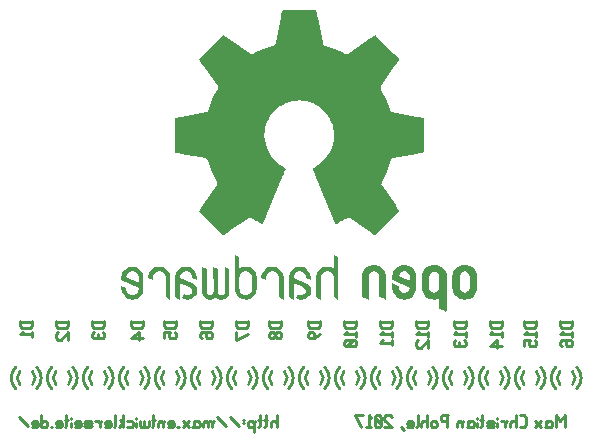
<source format=gbo>
G04 start of page 9 for group -4078 idx -4078 *
G04 Title: binwatch-mini, bottomsilk *
G04 Creator: pcb 4.0.0 *
G04 CreationDate: Mon Apr 24 05:10:58 2017 UTC *
G04 For: max *
G04 Format: Gerber/RS-274X *
G04 PCB-Dimensions (mm): 50.00 50.00 *
G04 PCB-Coordinate-Origin: lower left *
%MOMM*%
%FSLAX43Y43*%
%LNGBO*%
%ADD54C,0.254*%
%ADD53C,0.002*%
G54D53*G36*
X25204Y19546D02*X25389Y19529D01*
X25556Y19479D01*
X25707Y19396D01*
X25842Y19278D01*
X26066Y18954D01*
X26141Y18614D01*
Y18394D01*
X25743Y18568D01*
Y18603D01*
X25732Y18715D01*
X25702Y18817D01*
X25654Y18909D01*
X25586Y18991D01*
X25502Y19058D01*
X25412Y19106D01*
X25315Y19133D01*
X25214Y19142D01*
X25100Y19132D01*
X24997Y19104D01*
X24905Y19055D01*
X24822Y18985D01*
X24754Y18900D01*
X24704Y18806D01*
X24675Y18701D01*
X24665Y18588D01*
X25675Y18169D01*
X25883Y18056D01*
X26032Y17909D01*
X26121Y17729D01*
X26150Y17514D01*
Y17494D01*
X26103Y17252D01*
X25957Y17038D01*
X25646Y16831D01*
X25292Y16760D01*
X25068Y16788D01*
X24864Y16865D01*
X25015Y17238D01*
X25144Y17182D01*
X25292Y17163D01*
X25414Y17174D01*
X25519Y17205D01*
X25606Y17256D01*
X25675Y17326D01*
X25722Y17411D01*
X25737Y17494D01*
X25721Y17592D01*
X25673Y17679D01*
X25593Y17757D01*
X25481Y17823D01*
X24665Y18158D01*
Y16760D01*
X24267Y16938D01*
Y18614D01*
X24334Y18972D01*
X24538Y19273D01*
X24842Y19478D01*
X25204Y19546D01*
G37*
G36*
X31507Y19708D02*X31574Y19703D01*
X31907Y19612D01*
X32192Y19409D01*
X32395Y19125D01*
X32485Y18792D01*
X32491Y18693D01*
Y16719D01*
X32375Y16766D01*
X31977Y16944D01*
X31930Y16965D01*
Y18693D01*
X31920Y18781D01*
X31877Y18900D01*
X31795Y19007D01*
X31722Y19067D01*
X31643Y19109D01*
X31558Y19134D01*
X31464Y19142D01*
X31375Y19134D01*
X31293Y19109D01*
X31217Y19066D01*
X31145Y19007D01*
X31088Y18939D01*
X31048Y18863D01*
X31024Y18778D01*
X31015Y18682D01*
Y16719D01*
X30899Y16766D01*
X30501Y16944D01*
X30454Y16965D01*
Y18693D01*
X30472Y18894D01*
X30527Y19082D01*
X30619Y19254D01*
X30748Y19409D01*
X30904Y19538D01*
X31078Y19632D01*
X31267Y19689D01*
X31470Y19708D01*
X31507D01*
G37*
G36*
X34129D02*Y19703D01*
X34150D01*
X34480Y19612D01*
X34762Y19409D01*
X34892Y19254D01*
X34988Y19082D01*
X35046Y18894D01*
X35066Y18693D01*
Y18568D01*
X34501D01*
Y18693D01*
X34490Y18781D01*
X34450Y18903D01*
X34370Y19011D01*
X34300Y19070D01*
X34225Y19111D01*
X34146Y19134D01*
X34060Y19142D01*
X33961Y19134D01*
X33872Y19109D01*
X33793Y19066D01*
X33721Y19007D01*
X33640Y18893D01*
X33600Y18760D01*
X34501Y18362D01*
Y18572D01*
X35066D01*
Y17776D01*
X35047Y17574D01*
X34988Y17387D01*
X34892Y17215D01*
X34762Y17060D01*
X34606Y16930D01*
X34434Y16836D01*
X34247Y16780D01*
X34045Y16760D01*
X33844Y16779D01*
X33660Y16835D01*
X33492Y16926D01*
X33344Y17054D01*
X33106Y17403D01*
X33024Y17776D01*
Y18122D01*
X33134Y18070D01*
X33533Y17892D01*
X33585Y17870D01*
Y17788D01*
X33595Y17691D01*
X33621Y17604D01*
X33663Y17526D01*
X33721Y17456D01*
X33829Y17374D01*
X33946Y17331D01*
X34030Y17326D01*
X34129Y17334D01*
X34218Y17360D01*
X34298Y17402D01*
X34370Y17462D01*
X34459Y17594D01*
X34496Y17750D01*
X33071Y18384D01*
X33024Y18405D01*
Y18693D01*
X33044Y18900D01*
X33102Y19089D01*
X33197Y19259D01*
X33329Y19409D01*
X33490Y19538D01*
X33663Y19632D01*
X33849Y19689D01*
X34045Y19708D01*
X34129D01*
G37*
G36*
X36615D02*X36817Y19689D01*
X37005Y19632D01*
X37177Y19538D01*
X37333Y19409D01*
X37464Y19254D01*
X37559Y19082D01*
X37617Y18894D01*
X37636Y18693D01*
Y18341D01*
X37014D01*
Y18699D01*
X36978Y18867D01*
X36877Y19011D01*
X36750Y19106D01*
X36606Y19142D01*
X36595D01*
X36507Y19129D01*
X36428Y19102D01*
X36356Y19062D01*
X36291Y19007D01*
X36234Y18939D01*
X36194Y18863D01*
X36170Y18778D01*
X36160Y18682D01*
Y17788D01*
X36170Y17691D01*
X36194Y17604D01*
X36234Y17526D01*
X36291Y17456D01*
X36425Y17363D01*
X36574Y17326D01*
X36580D01*
X36733Y17366D01*
X36872Y17462D01*
X36935Y17532D01*
X36979Y17608D01*
X37005Y17693D01*
X37014Y17788D01*
Y18346D01*
X37636D01*
Y15751D01*
X37573Y15771D01*
Y15745D01*
X37459Y15797D01*
X37060Y15970D01*
X37014Y15992D01*
Y16850D01*
X36822Y16785D01*
X36615Y16760D01*
X36548D01*
X36347Y16780D01*
X36160Y16837D01*
X35990Y16930D01*
X35835Y17060D01*
X35706Y17215D01*
X35613Y17387D01*
X35557Y17574D01*
X35538Y17776D01*
Y18693D01*
X35557Y18894D01*
X35613Y19082D01*
X35706Y19254D01*
X35835Y19409D01*
X35990Y19538D01*
X36160Y19632D01*
X36347Y19689D01*
X36548Y19708D01*
X36615D01*
G37*
G36*
X15571Y19546D02*X15757Y19529D01*
X15927Y19479D01*
X16080Y19396D01*
X16215Y19278D01*
X16437Y18954D01*
X16508Y18614D01*
Y18394D01*
X16110Y18568D01*
Y18603D01*
X16099Y18715D01*
X16069Y18817D01*
X16021Y18909D01*
X15953Y18991D01*
X15871Y19058D01*
X15783Y19106D01*
X15688Y19133D01*
X15586Y19142D01*
X15472Y19132D01*
X15368Y19104D01*
X15274Y19055D01*
X15189Y18985D01*
X15122Y18900D01*
X15074Y18806D01*
X15047Y18701D01*
X15038Y18588D01*
X16048Y18169D01*
X16255Y18056D01*
X16403Y17909D01*
X16490Y17729D01*
X16519Y17514D01*
Y17494D01*
X16473Y17252D01*
X16330Y17038D01*
X16019Y16831D01*
X15665Y16760D01*
X15440Y16788D01*
X15236Y16865D01*
X15388Y17238D01*
X15518Y17182D01*
X15665Y17163D01*
X15788Y17174D01*
X15892Y17205D01*
X15979Y17256D01*
X16048Y17326D01*
X16095Y17411D01*
X16110Y17494D01*
X16094Y17592D01*
X16046Y17679D01*
X15966Y17757D01*
X15854Y17823D01*
X15038Y18158D01*
Y16760D01*
X14640Y16938D01*
Y18614D01*
X14707Y18972D01*
X14911Y19273D01*
X15213Y19478D01*
X15571Y19546D01*
G37*
G36*
X18842D02*X19241Y19374D01*
Y17442D01*
X19191Y17175D01*
X19047Y16955D01*
X18832Y16809D01*
X18561Y16760D01*
X18302Y16809D01*
X18083Y16955D01*
X17872Y16809D01*
X17608Y16760D01*
X17347Y16810D01*
X17126Y16959D01*
X16977Y17178D01*
X16927Y17436D01*
Y19546D01*
X17326Y19374D01*
X17329Y17451D01*
X17348Y17335D01*
X17408Y17238D01*
X17500Y17174D01*
X17608Y17154D01*
X17714Y17174D01*
X17806Y17238D01*
X17869Y17335D01*
X17890Y17451D01*
X17885Y19546D01*
X18283Y19374D01*
X18289Y17451D01*
Y17447D01*
X18307Y17335D01*
X18368Y17238D01*
X18457Y17174D01*
X18566Y17154D01*
X18673Y17174D01*
X18764Y17238D01*
X18824Y17335D01*
X18842Y17451D01*
Y19546D01*
G37*
G36*
X22884D02*X23243Y19478D01*
X23545Y19273D01*
X23752Y18972D01*
X23822Y18614D01*
Y16760D01*
X23423Y16938D01*
Y18614D01*
X23413Y18720D01*
X23383Y18818D01*
X23332Y18909D01*
X23262Y18991D01*
X23179Y19058D01*
X23088Y19106D01*
X22988Y19133D01*
X22879Y19142D01*
X22775Y19133D01*
X22677Y19106D01*
X22586Y19058D01*
X22503Y18991D01*
X22435Y18909D01*
X22387Y18817D01*
X22357Y18715D01*
X22346Y18603D01*
Y18426D01*
X21947Y18603D01*
Y18614D01*
X22015Y18967D01*
X22220Y19273D01*
X22362Y19393D01*
X22520Y19478D01*
X22695Y19529D01*
X22884Y19546D01*
G37*
G36*
X13299D02*X13658Y19478D01*
X13959Y19273D01*
X14166Y18972D01*
X14236Y18614D01*
Y16760D01*
X13839Y16938D01*
Y18614D01*
X13829Y18720D01*
X13798Y18818D01*
X13747Y18908D01*
X13676Y18991D01*
X13593Y19058D01*
X13502Y19106D01*
X13403Y19133D01*
X13295Y19142D01*
X13190Y19133D01*
X13092Y19106D01*
X13001Y19058D01*
X12917Y18991D01*
X12849Y18909D01*
X12799Y18817D01*
X12768Y18715D01*
X12755Y18603D01*
Y18426D01*
X12358Y18603D01*
Y18614D01*
X12427Y18967D01*
X12635Y19273D01*
X12777Y19393D01*
X12935Y19478D01*
X13110Y19529D01*
X13299Y19546D01*
G37*
G36*
X11022D02*X11381Y19478D01*
X11682Y19273D01*
X11889Y18972D01*
X11960Y18614D01*
Y18472D01*
X11561D01*
Y18614D01*
X11551Y18720D01*
X11522Y18818D01*
X11473Y18908D01*
X11404Y18991D01*
X11322Y19058D01*
X11234Y19106D01*
X11139Y19133D01*
X11037Y19142D01*
X10924Y19133D01*
X10819Y19106D01*
X10725Y19058D01*
X10641Y18991D01*
X10529Y18832D01*
X10484Y18641D01*
X11561Y18158D01*
Y18477D01*
X11960D01*
Y17698D01*
X11942Y17511D01*
X11889Y17339D01*
X11803Y17182D01*
X11682Y17038D01*
X11538Y16918D01*
X11381Y16831D01*
X11209Y16778D01*
X11022Y16760D01*
X10836Y16778D01*
X10666Y16830D01*
X10514Y16916D01*
X10379Y17034D01*
X10157Y17358D01*
X10085Y17698D01*
Y17913D01*
X10484Y17739D01*
Y17703D01*
X10495Y17593D01*
X10524Y17492D01*
X10573Y17401D01*
X10641Y17320D01*
X10723Y17252D01*
X10811Y17203D01*
X10905Y17173D01*
X11007Y17163D01*
X11122Y17174D01*
X11227Y17205D01*
X11321Y17256D01*
X11404Y17326D01*
X11473Y17411D01*
X11522Y17506D01*
X11551Y17611D01*
X11561Y17724D01*
X10085Y18378D01*
Y18614D01*
X10102Y18806D01*
X10152Y18980D01*
X10237Y19135D01*
X10357Y19273D01*
X10669Y19478D01*
X11022Y19546D01*
G37*
G36*
X39191Y19708D02*X39393Y19689D01*
X39581Y19632D01*
X39753Y19538D01*
X39909Y19409D01*
X40038Y19254D01*
X40133Y19082D01*
X40192Y18894D01*
X40212Y18693D01*
Y18341D01*
X39589D01*
Y18699D01*
X39580Y18786D01*
X39554Y18867D01*
X39512Y18942D01*
X39453Y19011D01*
X39325Y19106D01*
X39181Y19142D01*
X39170D01*
X39003Y19102D01*
X38867Y19007D01*
X38810Y18939D01*
X38770Y18863D01*
X38745Y18778D01*
X38736Y18682D01*
Y17788D01*
X38745Y17691D01*
X38770Y17604D01*
X38810Y17526D01*
X38867Y17456D01*
X39000Y17362D01*
X39150Y17326D01*
X39306Y17366D01*
X39447Y17462D01*
X39510Y17532D01*
X39554Y17608D01*
X39581Y17693D01*
X39589Y17788D01*
Y18346D01*
X40212D01*
Y17776D01*
X40192Y17574D01*
X40134Y17387D01*
X40039Y17215D01*
X39909Y17060D01*
X39753Y16930D01*
X39581Y16837D01*
X39393Y16780D01*
X39191Y16760D01*
X39129D01*
X38928Y16780D01*
X38740Y16837D01*
X38567Y16931D01*
X38411Y17060D01*
X38282Y17215D01*
X38189Y17387D01*
X38132Y17575D01*
X38113Y17776D01*
Y18693D01*
X38132Y18894D01*
X38188Y19082D01*
X38281Y19254D01*
X38411Y19409D01*
X38567Y19538D01*
X38740Y19632D01*
X38927Y19689D01*
X39129Y19708D01*
X39191D01*
G37*
G36*
X19686Y20520D02*X20085Y20346D01*
Y19378D01*
X20339Y19504D01*
X20629Y19546D01*
X20986Y19478D01*
X21287Y19273D01*
X21493Y18972D01*
X21560Y18614D01*
Y17975D01*
X21162D01*
Y18620D01*
X21152Y18723D01*
X21122Y18820D01*
X21073Y18910D01*
X21005Y18991D01*
X20923Y19058D01*
X20835Y19106D01*
X20740Y19133D01*
X20638Y19142D01*
X20524Y19133D01*
X20420Y19106D01*
X20326Y19058D01*
X20242Y18991D01*
X20174Y18909D01*
X20125Y18817D01*
X20096Y18715D01*
X20085Y18603D01*
Y17703D01*
X20096Y17593D01*
X20125Y17492D01*
X20174Y17401D01*
X20242Y17320D01*
X20325Y17252D01*
X20414Y17203D01*
X20510Y17173D01*
X20612Y17163D01*
X20717Y17173D01*
X20816Y17203D01*
X20908Y17252D01*
X20995Y17320D01*
X21068Y17402D01*
X21120Y17493D01*
X21152Y17593D01*
X21162Y17703D01*
Y17979D01*
X21560D01*
Y17698D01*
X21493Y17339D01*
X21287Y17038D01*
X20986Y16831D01*
X20629Y16760D01*
X20441Y16778D01*
X20265Y16831D01*
X20104Y16918D01*
X19958Y17038D01*
X19838Y17182D01*
X19753Y17339D01*
X19703Y17511D01*
X19686Y17698D01*
Y20520D01*
G37*
G36*
X28067D02*X28466Y20346D01*
Y16760D01*
X28067Y16938D01*
Y18620D01*
X28057Y18723D01*
X28027Y18820D01*
X27978Y18910D01*
X27910Y18991D01*
X27826Y19058D01*
X27732Y19106D01*
X27629Y19133D01*
X27517Y19142D01*
X27413Y19133D01*
X27317Y19106D01*
X27228Y19058D01*
X27146Y18991D01*
X27078Y18909D01*
X27030Y18817D01*
X27000Y18715D01*
X26988Y18603D01*
Y16760D01*
X26592Y16938D01*
Y18614D01*
X26659Y18972D01*
X26863Y19273D01*
X27168Y19478D01*
X27529Y19546D01*
X27815Y19504D01*
X28067Y19378D01*
Y20520D01*
G37*
G36*
X26481Y41239D02*X26528Y41230D01*
X26568Y41205D01*
X26600Y41169D01*
X26617Y41124D01*
X26664Y40878D01*
X26688Y40763D01*
X26711Y40647D01*
X27119Y38444D01*
X27136Y38397D01*
X27167Y38352D01*
X27206Y38315D01*
X27250Y38291D01*
X27360Y38244D01*
X28178Y37962D01*
X28952Y37595D01*
X28958Y37590D01*
X29051Y37554D01*
X29100Y37539D01*
X29153Y37537D01*
X29205Y37548D01*
X29250Y37569D01*
X31092Y38831D01*
X31190Y38899D01*
X31286Y38966D01*
X31496Y39108D01*
X31539Y39128D01*
X31585Y39131D01*
X31630Y39120D01*
X31668Y39093D01*
X32014Y38748D01*
X32532Y38235D01*
X32700Y38067D01*
X33213Y37548D01*
X33559Y37203D01*
X33586Y37163D01*
X33600Y37117D01*
X33598Y37069D01*
X33580Y37025D01*
X33434Y36821D01*
X33365Y36721D01*
X33297Y36622D01*
X32066Y34821D01*
X32045Y34775D01*
X32034Y34723D01*
X32036Y34670D01*
X32051Y34621D01*
X32093Y34522D01*
X32495Y33715D01*
X32805Y32858D01*
X32846Y32769D01*
X32871Y32724D01*
X32909Y32683D01*
X32955Y32651D01*
X33004Y32633D01*
X35114Y32246D01*
X35228Y32222D01*
X35344Y32199D01*
X35594Y32150D01*
X35638Y32134D01*
X35673Y32103D01*
X35696Y32062D01*
X35704Y32016D01*
Y29345D01*
X35696Y29298D01*
X35673Y29255D01*
X35638Y29222D01*
X35594Y29205D01*
X35344Y29162D01*
X35228Y29142D01*
X35114Y29120D01*
X33061Y28733D01*
X33014Y28716D01*
X32971Y28686D01*
X32936Y28647D01*
X32914Y28602D01*
X32889Y28533D01*
X32575Y27587D01*
X32150Y26697D01*
X32124Y26629D01*
X32110Y26581D01*
X32108Y26528D01*
X32118Y26475D01*
X32139Y26429D01*
X33303Y24734D01*
X33368Y24639D01*
X33434Y24545D01*
X33580Y24336D01*
X33598Y24292D01*
X33600Y24244D01*
X33586Y24197D01*
X33559Y24158D01*
X33381Y23975D01*
X32700Y23294D01*
X32532Y23131D01*
X32014Y22613D01*
X31847Y22445D01*
X31668Y22268D01*
X31630Y22241D01*
X31585Y22229D01*
X31539Y22233D01*
X31496Y22252D01*
X31286Y22393D01*
X31190Y22459D01*
X31094Y22524D01*
X29439Y23660D01*
X29393Y23682D01*
X29340Y23691D01*
X29287Y23688D01*
X29240Y23670D01*
X28894Y23478D01*
X28792Y23422D01*
X28690Y23367D01*
X28329Y23184D01*
X28285Y23171D01*
X28243Y23177D01*
X28207Y23199D01*
X28182Y23236D01*
X28030Y23608D01*
X27986Y23715D01*
X27942Y23823D01*
X26502Y27299D01*
X26457Y27406D01*
X26412Y27514D01*
X26313Y27759D01*
X26303Y27805D01*
X26310Y27852D01*
X26331Y27895D01*
X26366Y27927D01*
X26596Y28067D01*
X26666Y28117D01*
X26738Y28178D01*
X27031Y28393D01*
X27296Y28641D01*
X27528Y28920D01*
X27725Y29226D01*
X27884Y29557D01*
X28002Y29909D01*
X28074Y30280D01*
X28099Y30665D01*
X28084Y30967D01*
X28039Y31260D01*
X27966Y31543D01*
X27867Y31814D01*
X27743Y32072D01*
X27595Y32316D01*
X27425Y32543D01*
X27234Y32753D01*
X27024Y32943D01*
X26797Y33113D01*
X26553Y33261D01*
X26295Y33385D01*
X26024Y33484D01*
X25741Y33557D01*
X25448Y33602D01*
X25146Y33617D01*
X24844Y33602D01*
X24551Y33557D01*
X24268Y33484D01*
X23997Y33385D01*
X23739Y33261D01*
X23496Y33113D01*
X23268Y32943D01*
X23059Y32753D01*
X22868Y32543D01*
X22698Y32316D01*
X22550Y32072D01*
X22426Y31814D01*
X22327Y31543D01*
X22254Y31260D01*
X22209Y30967D01*
X22194Y30665D01*
X22219Y30280D01*
X22292Y29909D01*
X22409Y29557D01*
X22567Y29226D01*
X22764Y28920D01*
X22996Y28641D01*
X23261Y28393D01*
X23554Y28178D01*
X23629Y28117D01*
X23702Y28067D01*
X23927Y27927D01*
X23962Y27895D01*
X23985Y27852D01*
X23993Y27805D01*
X23984Y27759D01*
X23880Y27514D01*
X23835Y27406D01*
X23790Y27299D01*
X22355Y23823D01*
X22311Y23715D01*
X22267Y23608D01*
X22116Y23236D01*
X22089Y23199D01*
X22052Y23177D01*
X22007Y23171D01*
X21963Y23184D01*
X21607Y23367D01*
X21502Y23422D01*
X21398Y23478D01*
X21057Y23670D01*
X21011Y23688D01*
X20957Y23691D01*
X20904Y23682D01*
X20859Y23660D01*
X19200Y22524D01*
X19105Y22459D01*
X19011Y22393D01*
X18801Y22252D01*
X18757Y22233D01*
X18709Y22229D01*
X18663Y22241D01*
X18624Y22268D01*
X17597Y23294D01*
X17079Y23806D01*
X16912Y23975D01*
X16733Y24158D01*
X16706Y24197D01*
X16695Y24244D01*
X16699Y24292D01*
X16718Y24336D01*
X16860Y24545D01*
X16925Y24639D01*
X16991Y24734D01*
X18158Y26429D01*
X18179Y26475D01*
X18187Y26528D01*
X18183Y26581D01*
X18167Y26629D01*
X18152Y26676D01*
X18147Y26687D01*
X17722Y27577D01*
X17408Y28524D01*
X17404Y28533D01*
X17378Y28602D01*
X17356Y28647D01*
X17321Y28686D01*
X17278Y28716D01*
X17230Y28733D01*
X15179Y29120D01*
X15063Y29142D01*
X14948Y29162D01*
X14698Y29205D01*
X14654Y29222D01*
X14619Y29255D01*
X14596Y29298D01*
X14587Y29345D01*
Y32016D01*
X14596Y32062D01*
X14619Y32103D01*
X14654Y32134D01*
X14698Y32150D01*
X14948Y32199D01*
X15063Y32222D01*
X15179Y32246D01*
X17294Y32633D01*
X17341Y32651D01*
X17386Y32683D01*
X17422Y32724D01*
X17445Y32769D01*
X17487Y32858D01*
X17798Y33715D01*
X18199Y34522D01*
X18241Y34621D01*
X18257Y34670D01*
X18261Y34723D01*
X18252Y34775D01*
X18231Y34821D01*
X16995Y36622D01*
X16927Y36721D01*
X16860Y36821D01*
X16718Y37025D01*
X16699Y37069D01*
X16695Y37117D01*
X16706Y37163D01*
X16733Y37203D01*
X16912Y37381D01*
X17079Y37548D01*
X17597Y38067D01*
X17759Y38235D01*
X18278Y38748D01*
X18446Y38914D01*
X18624Y39093D01*
X18663Y39120D01*
X18709Y39131D01*
X18757Y39128D01*
X18801Y39108D01*
X19011Y38966D01*
X19105Y38899D01*
X19200Y38831D01*
X21042Y37569D01*
X21088Y37548D01*
X21142Y37537D01*
X21197Y37539D01*
X21246Y37554D01*
X21336Y37590D01*
X21340Y37595D01*
X22114Y37962D01*
X22931Y38244D01*
X23042Y38291D01*
X23087Y38315D01*
X23128Y38352D01*
X23160Y38397D01*
X23178Y38444D01*
X23586Y40647D01*
X23607Y40763D01*
X23627Y40878D01*
X23676Y41124D01*
X23693Y41169D01*
X23723Y41205D01*
X23764Y41230D01*
X23810Y41239D01*
X26481D01*
G37*
G54D54*X47625Y5931D02*Y6947D01*
X47244Y6439D01*
X46863Y6947D01*
Y5931D02*Y6947D01*
X46177Y6439D02*X46050Y6312D01*
X46177Y6439D02*X46431D01*
X46558Y6312D02*X46431Y6439D01*
X46558Y6058D02*Y6312D01*
Y6058D02*X46431Y5931D01*
X46050Y6058D02*Y6439D01*
Y6058D02*X45923Y5931D01*
X46177D02*X46431D01*
X46177D02*X46050Y6058D01*
X45618Y6439D02*X45110Y5931D01*
X45618D02*X45110Y6439D01*
X43840Y5931D02*X44171D01*
X44348Y6109D02*X44171Y5931D01*
X44348Y6109D02*Y6769D01*
X44171Y6947D01*
X43840D02*X44171D01*
X43536Y5931D02*Y6947D01*
Y6312D02*X43409Y6439D01*
X43155D02*X43409D01*
X43155D02*X43028Y6312D01*
Y5931D02*Y6312D01*
X42596Y5931D02*Y6312D01*
X42469Y6439D01*
X42215D02*X42469D01*
X42723D02*X42596Y6312D01*
X41910Y6668D02*Y6693D01*
Y5931D02*Y6312D01*
X41148Y5931D02*X41529D01*
X41148D02*X41021Y6058D01*
X41148Y6185D02*X41021Y6058D01*
X41148Y6185D02*X41529D01*
X41656Y6312D02*X41529Y6185D01*
X41656Y6312D02*X41529Y6439D01*
X41148D02*X41529D01*
X41148D02*X41021Y6312D01*
X41656Y6058D02*X41529Y5931D01*
X40589Y6058D02*Y6947D01*
Y6058D02*X40462Y5931D01*
Y6566D02*X40716D01*
X40208Y6668D02*Y6693D01*
Y5931D02*Y6312D01*
X39573Y6439D02*X39446Y6312D01*
X39573Y6439D02*X39827D01*
X39954Y6312D02*X39827Y6439D01*
X39954Y6058D02*Y6312D01*
Y6058D02*X39827Y5931D01*
X39446Y6058D02*Y6439D01*
Y6058D02*X39319Y5931D01*
X39573D02*X39827D01*
X39573D02*X39446Y6058D01*
X38887Y5931D02*Y6312D01*
X38760Y6439D01*
X38633D02*X38760D01*
X38633D02*X38506Y6312D01*
Y5931D02*Y6312D01*
X39014Y6439D02*X38887Y6312D01*
X37617Y5931D02*Y6947D01*
X37236D02*X37744D01*
X37236D02*X37109Y6820D01*
Y6566D02*Y6820D01*
X37236Y6439D02*X37109Y6566D01*
X37236Y6439D02*X37617D01*
X36805Y6058D02*Y6312D01*
X36678Y6439D01*
X36424D02*X36678D01*
X36424D02*X36297Y6312D01*
Y6058D02*Y6312D01*
X36424Y5931D02*X36297Y6058D01*
X36424Y5931D02*X36678D01*
X36805Y6058D02*X36678Y5931D01*
X35992D02*Y6947D01*
Y6312D02*X35865Y6439D01*
X35611D02*X35865D01*
X35611D02*X35484Y6312D01*
Y5931D02*Y6312D01*
X35179Y6058D02*Y6947D01*
Y6058D02*X35052Y5931D01*
X34290D02*X34671D01*
X34798Y6058D02*X34671Y5931D01*
X34798Y6058D02*Y6312D01*
X34671Y6439D01*
X34417D02*X34671D01*
X34417D02*X34290Y6312D01*
Y6185D02*X34798D01*
X34290D02*Y6312D01*
X33985Y5677D02*X33731Y5931D01*
X32969Y6820D02*X32842Y6947D01*
X32461D02*X32842D01*
X32461D02*X32334Y6820D01*
Y6566D02*Y6820D01*
X32969Y5931D02*X32334Y6566D01*
Y5931D02*X32969D01*
X32029Y6058D02*X31902Y5931D01*
X32029Y6058D02*Y6820D01*
X31902Y6947D01*
X31648D02*X31902D01*
X31648D02*X31521Y6820D01*
Y6058D02*Y6820D01*
X31648Y5931D02*X31521Y6058D01*
X31648Y5931D02*X31902D01*
X32029Y6185D02*X31521Y6693D01*
X31217Y6744D02*X31013Y6947D01*
Y5931D02*Y6947D01*
X30836Y5931D02*X31217D01*
X30404D02*X29896Y6947D01*
X30531D01*
X23241Y5931D02*Y6947D01*
Y6312D02*X23114Y6439D01*
X22860D02*X23114D01*
X22860D02*X22733Y6312D01*
Y5931D02*Y6312D01*
X22301Y6058D02*Y6947D01*
Y6058D02*X22174Y5931D01*
Y6566D02*X22428D01*
X21793Y6058D02*Y6947D01*
Y6058D02*X21666Y5931D01*
Y6566D02*X21920D01*
X21285Y5550D02*Y6312D01*
X21412Y6439D02*X21285Y6312D01*
X21158Y6439D01*
X20904D02*X21158D01*
X20904D02*X20777Y6312D01*
Y6058D02*Y6312D01*
X20904Y5931D02*X20777Y6058D01*
X20904Y5931D02*X21158D01*
X21285Y6058D02*X21158Y5931D01*
X20345Y6566D02*X20472D01*
X20345Y6312D02*X20472D01*
X20041Y6058D02*X19279Y6820D01*
X18974Y6058D02*X18212Y6820D01*
X17780Y5931D02*Y6312D01*
X17653Y6439D01*
X17526D02*X17653D01*
X17526D02*X17399Y6312D01*
Y5931D02*Y6312D01*
X17272Y6439D01*
X17145D02*X17272D01*
X17145D02*X17018Y6312D01*
Y5931D02*Y6312D01*
X17907Y6439D02*X17780Y6312D01*
X16332Y6439D02*X16205Y6312D01*
X16332Y6439D02*X16586D01*
X16713Y6312D02*X16586Y6439D01*
X16713Y6058D02*Y6312D01*
Y6058D02*X16586Y5931D01*
X16205Y6058D02*Y6439D01*
Y6058D02*X16078Y5931D01*
X16332D02*X16586D01*
X16332D02*X16205Y6058D01*
X15773Y6439D02*X15265Y5931D01*
X15773D02*X15265Y6439D01*
X14834Y5931D02*X14961D01*
X14021D02*X14402D01*
X14529Y6058D02*X14402Y5931D01*
X14529Y6058D02*Y6312D01*
X14402Y6439D01*
X14148D02*X14402D01*
X14148D02*X14021Y6312D01*
Y6185D02*X14529D01*
X14021D02*Y6312D01*
X13589Y5931D02*Y6312D01*
X13462Y6439D01*
X13335D02*X13462D01*
X13335D02*X13208Y6312D01*
Y5931D02*Y6312D01*
X13716Y6439D02*X13589Y6312D01*
X12776Y6058D02*Y6947D01*
Y6058D02*X12649Y5931D01*
Y6566D02*X12903D01*
X12395Y6058D02*Y6439D01*
Y6058D02*X12268Y5931D01*
X12141D02*X12268D01*
X12141D02*X12014Y6058D01*
Y6439D01*
Y6058D02*X11887Y5931D01*
X11760D02*X11887D01*
X11760D02*X11633Y6058D01*
Y6439D01*
X11328Y6668D02*Y6693D01*
Y5931D02*Y6312D01*
X10566Y6439D02*X10947D01*
X11074Y6312D02*X10947Y6439D01*
X11074Y6058D02*Y6312D01*
Y6058D02*X10947Y5931D01*
X10566D02*X10947D01*
X10262D02*Y6947D01*
Y6312D02*X9881Y5931D01*
X10262Y6312D02*X10008Y6566D01*
X9576Y6058D02*Y6947D01*
Y6058D02*X9449Y5931D01*
X8687D02*X9068D01*
X9195Y6058D02*X9068Y5931D01*
X9195Y6058D02*Y6312D01*
X9068Y6439D01*
X8814D02*X9068D01*
X8814D02*X8687Y6312D01*
Y6185D02*X9195D01*
X8687D02*Y6312D01*
X8255Y5931D02*Y6312D01*
X8128Y6439D01*
X7874D02*X8128D01*
X8382D02*X8255Y6312D01*
X7061Y5931D02*X7442D01*
X7061D02*X6934Y6058D01*
X7061Y6185D02*X6934Y6058D01*
X7061Y6185D02*X7442D01*
X7569Y6312D02*X7442Y6185D01*
X7569Y6312D02*X7442Y6439D01*
X7061D02*X7442D01*
X7061D02*X6934Y6312D01*
X7569Y6058D02*X7442Y5931D01*
X6121D02*X6502D01*
X6629Y6058D02*X6502Y5931D01*
X6629Y6058D02*Y6312D01*
X6502Y6439D01*
X6248D02*X6502D01*
X6248D02*X6121Y6312D01*
Y6185D02*X6629D01*
X6121D02*Y6312D01*
X5817Y6668D02*Y6693D01*
Y5931D02*Y6312D01*
X5436Y6058D02*Y6947D01*
Y6058D02*X5309Y5931D01*
Y6566D02*X5563D01*
X4547Y5931D02*X4928D01*
X5055Y6058D02*X4928Y5931D01*
X5055Y6058D02*Y6312D01*
X4928Y6439D01*
X4674D02*X4928D01*
X4674D02*X4547Y6312D01*
Y6185D02*X5055D01*
X4547D02*Y6312D01*
X4115Y5931D02*X4242D01*
X3302D02*Y6947D01*
X3429Y5931D02*X3302Y6058D01*
X3429Y5931D02*X3683D01*
X3810Y6058D02*X3683Y5931D01*
X3810Y6058D02*Y6312D01*
X3683Y6439D01*
X3429D02*X3683D01*
X3429D02*X3302Y6312D01*
X2489Y5931D02*X2870D01*
X2997Y6058D02*X2870Y5931D01*
X2997Y6058D02*Y6312D01*
X2870Y6439D01*
X2616D02*X2870D01*
X2616D02*X2489Y6312D01*
Y6185D02*X2997D01*
X2489D02*Y6312D01*
X2184Y6058D02*X1422Y6820D01*
X23907Y9583D02*G75*G03X23907Y10661I-539J539D01*G01*
X22829Y10661D02*G75*G03X22829Y9583I539J-539D01*G01*
X24266Y9224D02*G75*G03X24266Y11020I-898J898D01*G01*
X22470Y11020D02*G75*G03X22470Y9224I898J-898D01*G01*
X26955Y9583D02*G75*G03X26955Y10661I-539J539D01*G01*
X25877Y10661D02*G75*G03X25877Y9583I539J-539D01*G01*
X27314Y9224D02*G75*G03X27314Y11020I-898J898D01*G01*
X25518Y11020D02*G75*G03X25518Y9224I898J-898D01*G01*
X30003Y9583D02*G75*G03X30003Y10661I-539J539D01*G01*
X28925Y10661D02*G75*G03X28925Y9583I539J-539D01*G01*
X30362Y9224D02*G75*G03X30362Y11020I-898J898D01*G01*
X28566Y11020D02*G75*G03X28566Y9224I898J-898D01*G01*
X33051Y9583D02*G75*G03X33051Y10661I-539J539D01*G01*
X31973Y10661D02*G75*G03X31973Y9583I539J-539D01*G01*
X33410Y9224D02*G75*G03X33410Y11020I-898J898D01*G01*
X31614Y11020D02*G75*G03X31614Y9224I898J-898D01*G01*
X36099Y9583D02*G75*G03X36099Y10661I-539J539D01*G01*
X35021Y10661D02*G75*G03X35021Y9583I539J-539D01*G01*
X36458Y9224D02*G75*G03X36458Y11020I-898J898D01*G01*
X34662Y11020D02*G75*G03X34662Y9224I898J-898D01*G01*
X39147Y9583D02*G75*G03X39147Y10661I-539J539D01*G01*
X38069Y10661D02*G75*G03X38069Y9583I539J-539D01*G01*
X39506Y9224D02*G75*G03X39506Y11020I-898J898D01*G01*
X37710Y11020D02*G75*G03X37710Y9224I898J-898D01*G01*
X42195Y9583D02*G75*G03X42195Y10661I-539J539D01*G01*
X41117Y10661D02*G75*G03X41117Y9583I539J-539D01*G01*
X42554Y9224D02*G75*G03X42554Y11020I-898J898D01*G01*
X40758Y11020D02*G75*G03X40758Y9224I898J-898D01*G01*
X45243Y9583D02*G75*G03X45243Y10661I-539J539D01*G01*
X44165Y10661D02*G75*G03X44165Y9583I539J-539D01*G01*
X45602Y9224D02*G75*G03X45602Y11020I-898J898D01*G01*
X43806Y11020D02*G75*G03X43806Y9224I898J-898D01*G01*
X48291Y9583D02*G75*G03X48291Y10661I-539J539D01*G01*
X47213Y10661D02*G75*G03X47213Y9583I539J-539D01*G01*
X48650Y9224D02*G75*G03X48650Y11020I-898J898D01*G01*
X46854Y11020D02*G75*G03X46854Y9224I898J-898D01*G01*
X20859Y9583D02*G75*G03X20859Y10661I-539J539D01*G01*
X19781Y10661D02*G75*G03X19781Y9583I539J-539D01*G01*
X21218Y9224D02*G75*G03X21218Y11020I-898J898D01*G01*
X19422Y11020D02*G75*G03X19422Y9224I898J-898D01*G01*
X14763Y9583D02*G75*G03X14763Y10661I-539J539D01*G01*
X13685Y10661D02*G75*G03X13685Y9583I539J-539D01*G01*
X15122Y9224D02*G75*G03X15122Y11020I-898J898D01*G01*
X13326Y11020D02*G75*G03X13326Y9224I898J-898D01*G01*
X17811Y9583D02*G75*G03X17811Y10661I-539J539D01*G01*
X16733Y10661D02*G75*G03X16733Y9583I539J-539D01*G01*
X18170Y9224D02*G75*G03X18170Y11020I-898J898D01*G01*
X16374Y11020D02*G75*G03X16374Y9224I898J-898D01*G01*
X2571Y9583D02*G75*G03X2571Y10661I-539J539D01*G01*
X1493Y10661D02*G75*G03X1493Y9583I539J-539D01*G01*
X2930Y9224D02*G75*G03X2930Y11020I-898J898D01*G01*
X1134Y11020D02*G75*G03X1134Y9224I898J-898D01*G01*
X5619Y9583D02*G75*G03X5619Y10661I-539J539D01*G01*
X4541Y10661D02*G75*G03X4541Y9583I539J-539D01*G01*
X5978Y9224D02*G75*G03X5978Y11020I-898J898D01*G01*
X4182Y11020D02*G75*G03X4182Y9224I898J-898D01*G01*
X8667Y9583D02*G75*G03X8667Y10661I-539J539D01*G01*
X7589Y10661D02*G75*G03X7589Y9583I539J-539D01*G01*
X9026Y9224D02*G75*G03X9026Y11020I-898J898D01*G01*
X7230Y11020D02*G75*G03X7230Y9224I898J-898D01*G01*
X11715Y9583D02*G75*G03X11715Y10661I-539J539D01*G01*
X10637Y10661D02*G75*G03X10637Y9583I539J-539D01*G01*
X12074Y9224D02*G75*G03X12074Y11020I-898J898D01*G01*
X10278Y11020D02*G75*G03X10278Y9224I898J-898D01*G01*
X22606Y14821D02*X23622D01*
X22606Y14491D02*X22784Y14313D01*
X23444D01*
X23622Y14491D02*X23444Y14313D01*
X23622Y14491D02*Y14948D01*
X22606Y14491D02*Y14948D01*
X23495Y14008D02*X23622Y13881D01*
X23292Y14008D02*X23495D01*
X23292D02*X23114Y13830D01*
Y13678D02*Y13830D01*
Y13678D02*X23292Y13500D01*
X23495D01*
X23622Y13627D02*X23495Y13500D01*
X23622Y13627D02*Y13881D01*
X22936Y14008D02*X23114Y13830D01*
X22733Y14008D02*X22936D01*
X22733D02*X22606Y13881D01*
Y13627D02*Y13881D01*
Y13627D02*X22733Y13500D01*
X22936D01*
X23114Y13678D02*X22936Y13500D01*
X25908Y14821D02*X26924D01*
X25908Y14491D02*X26086Y14313D01*
X26746D01*
X26924Y14491D02*X26746Y14313D01*
X26924Y14491D02*Y14948D01*
X25908Y14491D02*Y14948D01*
X26924Y13881D02*X26416Y13500D01*
X26035D02*X26416D01*
X25908Y13627D02*X26035Y13500D01*
X25908Y13627D02*Y13881D01*
X26035Y14008D02*X25908Y13881D01*
X26035Y14008D02*X26289D01*
X26416Y13881D01*
Y13500D02*Y13881D01*
X28956Y14821D02*X29972D01*
X28956Y14491D02*X29134Y14313D01*
X29794D01*
X29972Y14491D02*X29794Y14313D01*
X29972Y14491D02*Y14948D01*
X28956Y14491D02*Y14948D01*
X29159Y14008D02*X28956Y13805D01*
X29972D01*
Y13627D02*Y14008D01*
X29845Y13322D02*X29972Y13195D01*
X29083Y13322D02*X29845D01*
X29083D02*X28956Y13195D01*
Y12941D02*Y13195D01*
Y12941D02*X29083Y12814D01*
X29845D01*
X29972Y12941D02*X29845Y12814D01*
X29972Y12941D02*Y13195D01*
X29718Y13322D02*X29210Y12814D01*
X32004Y14821D02*X33020D01*
X32004Y14491D02*X32182Y14313D01*
X32842D01*
X33020Y14491D02*X32842Y14313D01*
X33020Y14491D02*Y14948D01*
X32004Y14491D02*Y14948D01*
X32207Y14008D02*X32004Y13805D01*
X33020D01*
Y13627D02*Y14008D01*
X32207Y13322D02*X32004Y13119D01*
X33020D01*
Y12941D02*Y13322D01*
X35052Y14821D02*X36068D01*
X35052Y14491D02*X35230Y14313D01*
X35890D01*
X36068Y14491D02*X35890Y14313D01*
X36068Y14491D02*Y14948D01*
X35052Y14491D02*Y14948D01*
X35255Y14008D02*X35052Y13805D01*
X36068D01*
Y13627D02*Y14008D01*
X35179Y13322D02*X35052Y13195D01*
Y12814D02*Y13195D01*
Y12814D02*X35179Y12687D01*
X35433D01*
X36068Y13322D02*X35433Y12687D01*
X36068D02*Y13322D01*
X38227Y14821D02*X39243D01*
X38227Y14491D02*X38405Y14313D01*
X39065D01*
X39243Y14491D02*X39065Y14313D01*
X39243Y14491D02*Y14948D01*
X38227Y14491D02*Y14948D01*
X38430Y14008D02*X38227Y13805D01*
X39243D01*
Y13627D02*Y14008D01*
X38354Y13322D02*X38227Y13195D01*
Y12941D02*Y13195D01*
Y12941D02*X38354Y12814D01*
X39243Y12941D02*X39116Y12814D01*
X39243Y12941D02*Y13195D01*
X39116Y13322D02*X39243Y13195D01*
X38684Y12941D02*Y13195D01*
X38354Y12814D02*X38557D01*
X38811D02*X39116D01*
X38811D02*X38684Y12941D01*
X38557Y12814D02*X38684Y12941D01*
X41275Y14821D02*X42291D01*
X41275Y14491D02*X41453Y14313D01*
X42113D01*
X42291Y14491D02*X42113Y14313D01*
X42291Y14491D02*Y14948D01*
X41275Y14491D02*Y14948D01*
X41478Y14008D02*X41275Y13805D01*
X42291D01*
Y13627D02*Y14008D01*
X41910Y13322D02*X41275Y12814D01*
X41910Y12687D02*Y13322D01*
X41275Y12814D02*X42291D01*
X44196Y14821D02*X45212D01*
X44196Y14491D02*X44374Y14313D01*
X45034D01*
X45212Y14491D02*X45034Y14313D01*
X45212Y14491D02*Y14948D01*
X44196Y14491D02*Y14948D01*
X44399Y14008D02*X44196Y13805D01*
X45212D01*
Y13627D02*Y14008D01*
X44196Y12814D02*Y13322D01*
X44704D01*
X44577Y13195D01*
Y12941D02*Y13195D01*
Y12941D02*X44704Y12814D01*
X45085D01*
X45212Y12941D02*X45085Y12814D01*
X45212Y12941D02*Y13195D01*
X45085Y13322D02*X45212Y13195D01*
X47244Y14821D02*X48260D01*
X47244Y14491D02*X47422Y14313D01*
X48082D01*
X48260Y14491D02*X48082Y14313D01*
X48260Y14491D02*Y14948D01*
X47244Y14491D02*Y14948D01*
X47447Y14008D02*X47244Y13805D01*
X48260D01*
Y13627D02*Y14008D01*
X47244Y12941D02*X47371Y12814D01*
X47244Y12941D02*Y13195D01*
X47371Y13322D02*X47244Y13195D01*
X47371Y13322D02*X48133D01*
X48260Y13195D01*
X47701Y12941D02*X47828Y12814D01*
X47701Y12941D02*Y13322D01*
X48260Y12941D02*Y13195D01*
Y12941D02*X48133Y12814D01*
X47828D02*X48133D01*
X19812Y14821D02*X20828D01*
X19812Y14491D02*X19990Y14313D01*
X20650D01*
X20828Y14491D02*X20650Y14313D01*
X20828Y14491D02*Y14948D01*
X19812Y14491D02*Y14948D01*
X20828Y13881D02*X19812Y13373D01*
Y14008D01*
X13716Y14821D02*X14732D01*
X13716Y14491D02*X13894Y14313D01*
X14554D01*
X14732Y14491D02*X14554Y14313D01*
X14732Y14491D02*Y14948D01*
X13716Y14491D02*Y14948D01*
Y13500D02*Y14008D01*
X14224D01*
X14097Y13881D01*
Y13627D02*Y13881D01*
Y13627D02*X14224Y13500D01*
X14605D01*
X14732Y13627D02*X14605Y13500D01*
X14732Y13627D02*Y13881D01*
X14605Y14008D02*X14732Y13881D01*
X16764Y14821D02*X17780D01*
X16764Y14491D02*X16942Y14313D01*
X17602D01*
X17780Y14491D02*X17602Y14313D01*
X17780Y14491D02*Y14948D01*
X16764Y14491D02*Y14948D01*
Y13627D02*X16891Y13500D01*
X16764Y13627D02*Y13881D01*
X16891Y14008D02*X16764Y13881D01*
X16891Y14008D02*X17653D01*
X17780Y13881D01*
X17221Y13627D02*X17348Y13500D01*
X17221Y13627D02*Y14008D01*
X17780Y13627D02*Y13881D01*
Y13627D02*X17653Y13500D01*
X17348D02*X17653D01*
X1524Y14821D02*X2540D01*
X1524Y14491D02*X1702Y14313D01*
X2362D01*
X2540Y14491D02*X2362Y14313D01*
X2540Y14491D02*Y14948D01*
X1524Y14491D02*Y14948D01*
X1727Y14008D02*X1524Y13805D01*
X2540D01*
Y13627D02*Y14008D01*
X4572Y14821D02*X5588D01*
X4572Y14491D02*X4750Y14313D01*
X5410D01*
X5588Y14491D02*X5410Y14313D01*
X5588Y14491D02*Y14948D01*
X4572Y14491D02*Y14948D01*
X4699Y14008D02*X4572Y13881D01*
Y13500D02*Y13881D01*
Y13500D02*X4699Y13373D01*
X4953D01*
X5588Y14008D02*X4953Y13373D01*
X5588D02*Y14008D01*
X7620Y14821D02*X8636D01*
X7620Y14491D02*X7798Y14313D01*
X8458D01*
X8636Y14491D02*X8458Y14313D01*
X8636Y14491D02*Y14948D01*
X7620Y14491D02*Y14948D01*
X7747Y14008D02*X7620Y13881D01*
Y13627D02*Y13881D01*
Y13627D02*X7747Y13500D01*
X8636Y13627D02*X8509Y13500D01*
X8636Y13627D02*Y13881D01*
X8509Y14008D02*X8636Y13881D01*
X8077Y13627D02*Y13881D01*
X7747Y13500D02*X7950D01*
X8204D02*X8509D01*
X8204D02*X8077Y13627D01*
X7950Y13500D02*X8077Y13627D01*
X10922Y14821D02*X11938D01*
X10922Y14491D02*X11100Y14313D01*
X11760D01*
X11938Y14491D02*X11760Y14313D01*
X11938Y14491D02*Y14948D01*
X10922Y14491D02*Y14948D01*
X11557Y14008D02*X10922Y13500D01*
X11557Y13373D02*Y14008D01*
X10922Y13500D02*X11938D01*
M02*

</source>
